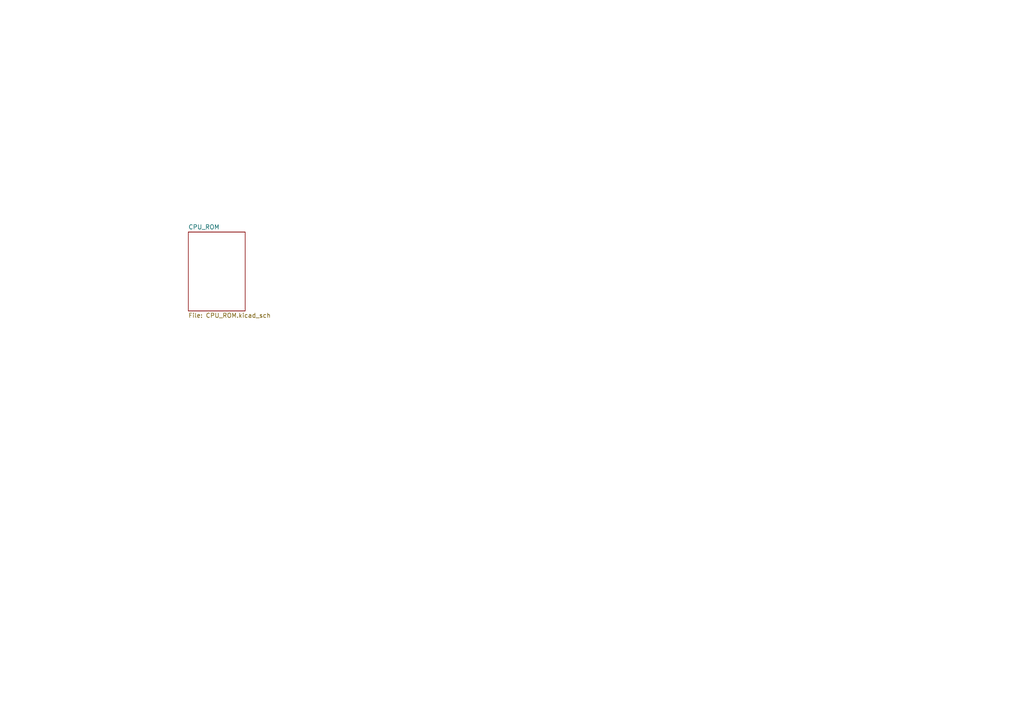
<source format=kicad_sch>
(kicad_sch
	(version 20231120)
	(generator "eeschema")
	(generator_version "8.0")
	(uuid "a0aa380d-fbb8-4880-8b76-d0c2b10b54e6")
	(paper "A4")
	(title_block
		(comment 1 "Hypothetical Amstrad CPC with 6502 CPU")
	)
	(lib_symbols)
	(sheet
		(at 54.61 67.31)
		(size 16.51 22.86)
		(fields_autoplaced yes)
		(stroke
			(width 0.1524)
			(type solid)
		)
		(fill
			(color 0 0 0 0.0000)
		)
		(uuid "28f67e10-139c-4058-bedd-175c6e4814c6")
		(property "Sheetname" "CPU_ROM"
			(at 54.61 66.5984 0)
			(effects
				(font
					(size 1.27 1.27)
				)
				(justify left bottom)
			)
		)
		(property "Sheetfile" "CPU_ROM.kicad_sch"
			(at 54.61 90.7546 0)
			(effects
				(font
					(size 1.27 1.27)
				)
				(justify left top)
			)
		)
		(instances
			(project "CPC_ZERO"
				(path "/a0aa380d-fbb8-4880-8b76-d0c2b10b54e6"
					(page "2")
				)
			)
		)
	)
	(sheet_instances
		(path "/"
			(page "1")
		)
	)
)

</source>
